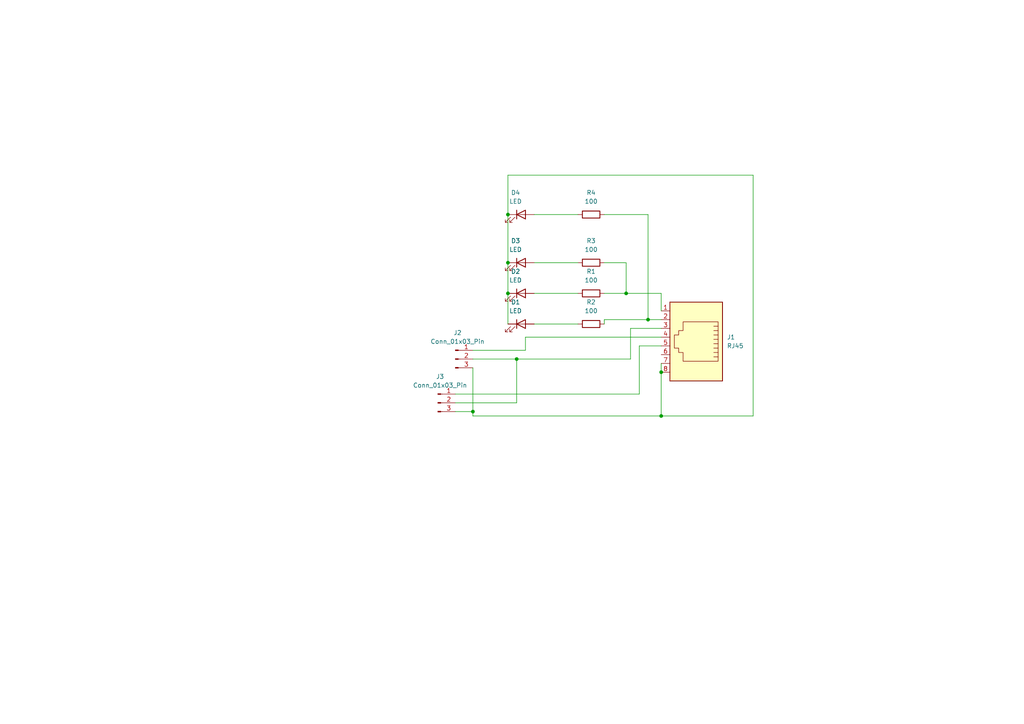
<source format=kicad_sch>
(kicad_sch (version 20230121) (generator eeschema)
  (paper "A4")
  (lib_symbols
    (symbol "Connector:Conn_01x03_Pin" (pin_names (offset 1.016) hide)
      (property "Reference" "J2" (at 0.635 7.62 0))
      (property "Value" "Conn_01x03_Pin" (at 0.635 5.08 0))
      (symbol "Conn_01x03_Pin_1_1"
        (polyline (pts (xy 1.27 -2.54) (xy 0.8636 -2.54)) (stroke (width 0.1524)))
        (polyline (pts (xy 1.27 0) (xy 0.8636 0)) (stroke (width 0.1524)))
        (polyline (pts (xy 1.27 2.54) (xy 0.8636 2.54)) (stroke (width 0.1524)))
        (rectangle (start 0.8636 -2.413) (end 0 -2.667) (stroke (width 0.1524)) (fill (type outline)))
        (rectangle (start 0.8636 0.127) (end 0 -0.127) (stroke (width 0.1524)) (fill (type outline)))
        (rectangle (start 0.8636 2.667) (end 0 2.413) (stroke (width 0.1524)) (fill (type outline)))
        (pin passive line (at 5.08 2.54 180) (length 3.81) (name "Pin_1") (number "1"))
        (pin passive line (at 5.08 0 180) (length 3.81) (name "Pin_2") (number "2"))
        (pin passive line (at 5.08 -2.54 180) (length 3.81) (name "Pin_3") (number "3"))
      )
    )
    (symbol "Connector:RJ45" (pin_names (offset 1.016))
      (property "Reference" "J" (at -5.08 13.97 0))
      (property "Value" "RJ45" (at 2.54 13.97 0))
      (symbol "RJ45_0_1"
        (polyline (pts (xy -5.08 4.445) (xy -6.35 4.445)))
        (polyline (pts (xy -5.08 5.715) (xy -6.35 5.715)))
        (polyline (pts (xy -6.35 -3.175) (xy -5.08 -3.175) (xy -5.08 -3.175)))
        (polyline (pts (xy -6.35 -1.905) (xy -5.08 -1.905) (xy -5.08 -1.905)))
        (polyline (pts (xy -6.35 -0.635) (xy -5.08 -0.635) (xy -5.08 -0.635)))
        (polyline (pts (xy -6.35 0.635) (xy -5.08 0.635) (xy -5.08 0.635)))
        (polyline (pts (xy -6.35 1.905) (xy -5.08 1.905) (xy -5.08 1.905)))
        (polyline (pts (xy -5.08 3.175) (xy -6.35 3.175) (xy -6.35 3.175)))
        (polyline (pts (xy -6.35 -4.445) (xy -6.35 6.985) (xy 3.81 6.985) (xy 3.81 4.445) (xy 5.08 4.445) (xy 5.08 3.175) (xy 6.35 3.175) (xy 6.35 -0.635) (xy 5.08 -0.635) (xy 5.08 -1.905) (xy 3.81 -1.905) (xy 3.81 -4.445) (xy -6.35 -4.445) (xy -6.35 -4.445)))
        (rectangle (start 7.62 12.7) (end -7.62 -10.16) (stroke (width 0.254)) (fill (type background)))
      )
      (symbol "RJ45_1_1"
        (pin passive line (at 10.16 -7.62 180) (length 2.54) (name "~") (number "1"))
        (pin passive line (at 10.16 -5.08 180) (length 2.54) (name "~") (number "2"))
        (pin passive line (at 10.16 -2.54 180) (length 2.54) (name "~") (number "3"))
        (pin passive line (at 10.16 0 180) (length 2.54) (name "~") (number "4"))
        (pin passive line (at 10.16 2.54 180) (length 2.54) (name "~") (number "5"))
        (pin passive line (at 10.16 5.08 180) (length 2.54) (name "~") (number "6"))
        (pin passive line (at 10.16 7.62 180) (length 2.54) (name "~") (number "7"))
        (pin passive line (at 10.16 10.16 180) (length 2.54) (name "~") (number "8"))
      )
    )
    (symbol "Device:LED" (pin_numbers hide) (pin_names (offset 1.016) hide)
      (property "Reference" "D" (at 0 2.54 0))
      (property "Value" "LED" (at 0 -2.54 0))
      (symbol "LED_0_1"
        (polyline (pts (xy -1.27 -1.27) (xy -1.27 1.27)) (stroke (width 0.254)))
        (polyline (pts (xy -1.27 0) (xy 1.27 0)))
        (polyline (pts (xy 1.27 -1.27) (xy 1.27 1.27) (xy -1.27 0) (xy 1.27 -1.27)) (stroke (width 0.254)))
        (polyline (pts (xy -3.048 -0.762) (xy -4.572 -2.286) (xy -3.81 -2.286) (xy -4.572 -2.286) (xy -4.572 -1.524)))
        (polyline (pts (xy -1.778 -0.762) (xy -3.302 -2.286) (xy -2.54 -2.286) (xy -3.302 -2.286) (xy -3.302 -1.524)))
      )
      (symbol "LED_1_1"
        (pin passive line (at -3.81 0 0) (length 2.54) (name "K") (number "1"))
        (pin passive line (at 3.81 0 180) (length 2.54) (name "A") (number "2"))
      )
    )
    (symbol "Device:R" (pin_numbers hide) (pin_names (offset 0))
      (property "Reference" "R" (at 2.032 0 90))
      (property "Value" "R" (at 0 0 90))
      (symbol "R_0_1"
        (rectangle (start -1.016 -2.54) (end 1.016 2.54) (stroke (width 0.254)))
      )
      (symbol "R_1_1"
        (pin passive line (at 0 3.81 270) (length 1.27) (name "~") (number "1"))
        (pin passive line (at 0 -3.81 90) (length 1.27) (name "~") (number "2"))
      )
    )
  )
  (junction (at 147.32 62.23))
  (junction (at 191.77 107.95))
  (junction (at 191.77 120.65))
  (junction (at 147.32 85.09))
  (junction (at 137.16 119.38))
  (junction (at 149.86 104.14))
  (junction (at 147.32 76.2))
  (junction (at 181.61 85.09))
  (junction (at 187.96 92.71))
  (wire (pts (xy 191.77 100.33) (xy 185.42 100.33)))
  (wire (pts (xy 182.88 104.14) (xy 182.88 95.25)))
  (wire (pts (xy 137.16 104.14) (xy 149.86 104.14)))
  (wire (pts (xy 175.26 93.98) (xy 175.26 92.71)))
  (wire (pts (xy 132.08 116.84) (xy 149.86 116.84)))
  (wire (pts (xy 182.88 95.25) (xy 191.77 95.25)))
  (wire (pts (xy 154.94 85.09) (xy 167.64 85.09)))
  (wire (pts (xy 149.86 104.14) (xy 182.88 104.14)))
  (wire (pts (xy 175.26 92.71) (xy 187.96 92.71)))
  (wire (pts (xy 132.08 119.38) (xy 137.16 119.38)))
  (wire (pts (xy 175.26 85.09) (xy 181.61 85.09)))
  (wire (pts (xy 191.77 105.41) (xy 191.77 107.95)))
  (wire (pts (xy 149.86 116.84) (xy 149.86 104.14)))
  (wire (pts (xy 187.96 62.23) (xy 187.96 92.71)))
  (wire (pts (xy 175.26 76.2) (xy 181.61 76.2)))
  (wire (pts (xy 137.16 120.65) (xy 191.77 120.65)))
  (wire (pts (xy 175.26 62.23) (xy 187.96 62.23)))
  (wire (pts (xy 154.94 62.23) (xy 167.64 62.23)))
  (wire (pts (xy 147.32 50.8) (xy 147.32 62.23)))
  (wire (pts (xy 181.61 76.2) (xy 181.61 85.09)))
  (wire (pts (xy 147.32 85.09) (xy 147.32 93.98)))
  (wire (pts (xy 185.42 100.33) (xy 185.42 114.3)))
  (wire (pts (xy 185.42 114.3) (xy 132.08 114.3)))
  (wire (pts (xy 137.16 119.38) (xy 137.16 120.65)))
  (wire (pts (xy 181.61 85.09) (xy 191.77 85.09)))
  (wire (pts (xy 137.16 106.68) (xy 137.16 119.38)))
  (wire (pts (xy 191.77 107.95) (xy 191.77 120.65)))
  (wire (pts (xy 147.32 76.2) (xy 147.32 85.09)))
  (wire (pts (xy 187.96 92.71) (xy 191.77 92.71)))
  (wire (pts (xy 152.4 101.6) (xy 137.16 101.6)))
  (wire (pts (xy 191.77 97.79) (xy 152.4 97.79)))
  (wire (pts (xy 191.77 85.09) (xy 191.77 90.17)))
  (wire (pts (xy 154.94 93.98) (xy 167.64 93.98)))
  (wire (pts (xy 147.32 50.8) (xy 218.44 50.8)))
  (wire (pts (xy 218.44 50.8) (xy 218.44 120.65)))
  (wire (pts (xy 154.94 76.2) (xy 167.64 76.2)))
  (wire (pts (xy 147.32 62.23) (xy 147.32 76.2)))
  (wire (pts (xy 218.44 120.65) (xy 191.77 120.65)))
  (wire (pts (xy 152.4 97.79) (xy 152.4 101.6)))
  (symbol (lib_id "Connector:RJ45") (at 201.93 97.79 180) (unit 1)
    (property "Reference" "J1" (at 210.82 97.79 0) (effects (justify right)))
    (property "Value" "RJ45" (at 210.82 100.33 0) (effects (justify right)))
    (property "Footprint" "Connector_RJ:RJ45_Amphenol_54602-x08_Horizontal" (effects hide))
  )
  (symbol (lib_id "Device:R") (at 171.45 85.09 90) (unit 1)
    (property "Reference" "R1" (at 171.45 78.74 90))
    (property "Value" "100" (at 171.45 81.28 90))
    (property "Footprint" "Resistor_THT:R_Axial_DIN0207_L6.3mm_D2.5mm_P10.16mm_Horizontal" (effects hide))
  )
  (symbol (lib_id "Device:R") (at 171.45 62.23 90) (unit 1)
    (property "Reference" "R4" (at 171.45 55.88 90))
    (property "Value" "100" (at 171.45 58.42 90))
    (property "Footprint" "Resistor_THT:R_Axial_DIN0207_L6.3mm_D2.5mm_P10.16mm_Horizontal" (effects hide))
  )
  (symbol (lib_id "Connector:Conn_01x03_Pin") (at 127 116.84 0) (unit 1)
    (property "Reference" "J3" (at 127.635 109.22 0))
    (property "Value" "Conn_01x03_Pin" (at 127.635 111.76 0))
    (property "Footprint" "Connector_PinHeader_2.54mm:PinHeader_1x03_P2.54mm_Vertical" (effects hide))
  )
  (symbol (lib_id "Connector:Conn_01x03_Pin") (at 132.08 104.14 0) (unit 1)
    (property "Reference" "J2" (at 132.715 96.52 0))
    (property "Value" "Conn_01x03_Pin" (at 132.715 99.06 0))
    (property "Footprint" "Connector_PinHeader_2.54mm:PinHeader_1x03_P2.54mm_Vertical" (effects hide))
  )
  (symbol (lib_id "Device:R") (at 171.45 76.2 90) (unit 1)
    (property "Reference" "R3" (at 171.45 69.85 90))
    (property "Value" "100" (at 171.45 72.39 90))
    (property "Footprint" "Resistor_THT:R_Axial_DIN0207_L6.3mm_D2.5mm_P10.16mm_Horizontal" (effects hide))
  )
  (symbol (lib_id "Device:LED") (at 151.13 93.98 0) (unit 1)
    (property "Reference" "D1" (at 149.5425 87.63 0))
    (property "Value" "LED" (at 149.5425 90.17 0))
    (property "Footprint" "LED_THT:LED_D5.0mm" (effects hide))
  )
  (symbol (lib_id "Device:LED") (at 151.13 62.23 0) (unit 1)
    (property "Reference" "D4" (at 149.5425 55.88 0))
    (property "Value" "LED" (at 149.5425 58.42 0))
    (property "Footprint" "LED_THT:LED_D5.0mm" (effects hide))
  )
  (symbol (lib_id "Device:LED") (at 151.13 76.2 0) (unit 1)
    (property "Reference" "D3" (at 149.5425 69.85 0))
    (property "Value" "LED" (at 149.5425 72.39 0))
    (property "Footprint" "LED_THT:LED_D5.0mm" (effects hide))
  )
  (symbol (lib_id "Device:R") (at 171.45 93.98 90) (unit 1)
    (property "Reference" "R2" (at 171.45 87.63 90))
    (property "Value" "100" (at 171.45 90.17 90))
    (property "Footprint" "Resistor_THT:R_Axial_DIN0207_L6.3mm_D2.5mm_P10.16mm_Horizontal" (effects hide))
  )
  (symbol (lib_id "Device:LED") (at 151.13 85.09 0) (unit 1)
    (property "Reference" "D2" (at 149.5425 78.74 0))
    (property "Value" "LED" (at 149.5425 81.28 0))
    (property "Footprint" "LED_THT:LED_D5.0mm" (effects hide))
  )
)
</source>
